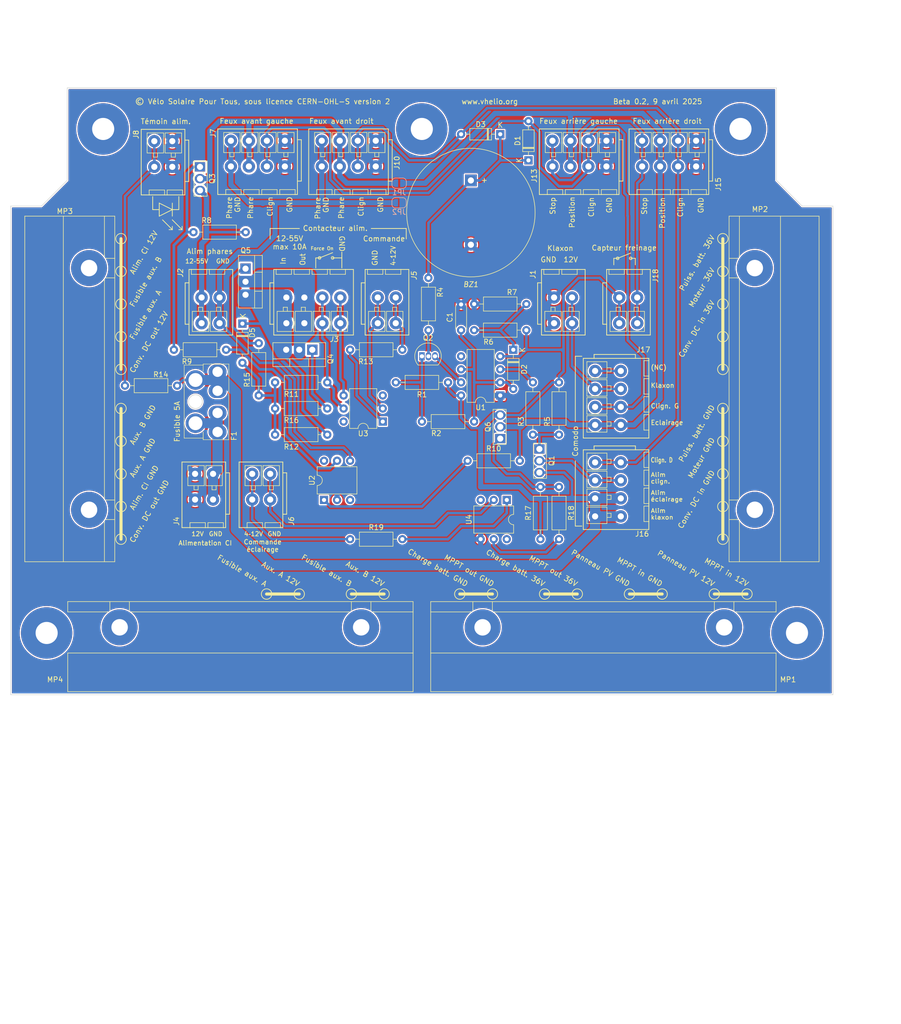
<source format=kicad_pcb>
(kicad_pcb (version 20211014) (generator pcbnew)

  (general
    (thickness 1.6)
  )

  (paper "A4")
  (layers
    (0 "F.Cu" signal)
    (31 "B.Cu" signal)
    (32 "B.Adhes" user "B.Adhesive")
    (33 "F.Adhes" user "F.Adhesive")
    (34 "B.Paste" user)
    (35 "F.Paste" user)
    (36 "B.SilkS" user "B.Silkscreen")
    (37 "F.SilkS" user "F.Silkscreen")
    (38 "B.Mask" user)
    (39 "F.Mask" user)
    (40 "Dwgs.User" user "User.Drawings")
    (41 "Cmts.User" user "User.Comments")
    (42 "Eco1.User" user "User.Eco1")
    (43 "Eco2.User" user "User.Eco2")
    (44 "Edge.Cuts" user)
    (45 "Margin" user)
    (46 "B.CrtYd" user "B.Courtyard")
    (47 "F.CrtYd" user "F.Courtyard")
    (48 "B.Fab" user)
    (49 "F.Fab" user)
    (50 "User.1" user)
    (51 "User.2" user)
    (52 "User.3" user)
    (53 "User.4" user)
    (54 "User.5" user)
    (55 "User.6" user)
    (56 "User.7" user)
    (57 "User.8" user)
    (58 "User.9" user)
  )

  (setup
    (stackup
      (layer "F.SilkS" (type "Top Silk Screen"))
      (layer "F.Paste" (type "Top Solder Paste"))
      (layer "F.Mask" (type "Top Solder Mask") (thickness 0.01))
      (layer "F.Cu" (type "copper") (thickness 0.035))
      (layer "dielectric 1" (type "core") (thickness 1.51) (material "FR4") (epsilon_r 4.5) (loss_tangent 0.02))
      (layer "B.Cu" (type "copper") (thickness 0.035))
      (layer "B.Mask" (type "Bottom Solder Mask") (thickness 0.01))
      (layer "B.Paste" (type "Bottom Solder Paste"))
      (layer "B.SilkS" (type "Bottom Silk Screen"))
      (copper_finish "None")
      (dielectric_constraints no)
    )
    (pad_to_mask_clearance 0)
    (pcbplotparams
      (layerselection 0x00010e0_ffffffff)
      (disableapertmacros false)
      (usegerberextensions false)
      (usegerberattributes true)
      (usegerberadvancedattributes true)
      (creategerberjobfile true)
      (svguseinch false)
      (svgprecision 6)
      (excludeedgelayer true)
      (plotframeref false)
      (viasonmask false)
      (mode 1)
      (useauxorigin false)
      (hpglpennumber 1)
      (hpglpenspeed 20)
      (hpglpendiameter 15.000000)
      (dxfpolygonmode true)
      (dxfimperialunits true)
      (dxfusepcbnewfont true)
      (psnegative false)
      (psa4output false)
      (plotreference true)
      (plotvalue true)
      (plotinvisibletext false)
      (sketchpadsonfab false)
      (subtractmaskfromsilk false)
      (outputformat 1)
      (mirror false)
      (drillshape 0)
      (scaleselection 1)
      (outputdirectory "")
    )
  )

  (net 0 "")
  (net 1 "GND")
  (net 2 "Net-(F1-Pad2)")
  (net 3 "Net-(D1-Pad2)")
  (net 4 "Net-(D3-Pad2)")
  (net 5 "/Phares")
  (net 6 "Net-(J13-Pad4)")
  (net 7 "Net-(J1-Pad2)")
  (net 8 "/Flasher/Out")
  (net 9 "unconnected-(J17-Pad1)")
  (net 10 "/12V_5A")
  (net 11 "/Flasher/Enable")
  (net 12 "/Contacteur Phares/Input")
  (net 13 "/Contacteur Phares/GND")
  (net 14 "/Contacteur Phares/Output")
  (net 15 "Net-(D4-Pad2)")
  (net 16 "/Conv12V_In.Vbatt")
  (net 17 "/Contacteur alim./Input")
  (net 18 "/Contacteur alim./SW_On")
  (net 19 "/Contacteur alim./GND")
  (net 20 "/Contacteur alim./Cmd_GND")
  (net 21 "/Contacteur alim./Cmd_On")
  (net 22 "/Contacteur Eclairage/Cmd_On")
  (net 23 "/Contacteur Eclairage/Cmd_GND")
  (net 24 "Net-(Q4-Pad1)")
  (net 25 "Net-(Q5-Pad1)")
  (net 26 "Net-(C1-Pad1)")
  (net 27 "Net-(D2-Pad1)")
  (net 28 "Net-(D5-Pad2)")
  (net 29 "Net-(Q1-Pad1)")
  (net 30 "Net-(Q2-Pad1)")
  (net 31 "Net-(Q2-Pad2)")
  (net 32 "Net-(Q2-Pad3)")
  (net 33 "Net-(Q3-Pad1)")
  (net 34 "Net-(Q6-Pad1)")
  (net 35 "Net-(R3-Pad1)")
  (net 36 "Net-(R9-Pad2)")
  (net 37 "Net-(R10-Pad1)")
  (net 38 "Net-(R13-Pad1)")
  (net 39 "Net-(R18-Pad2)")
  (net 40 "Net-(R19-Pad1)")
  (net 41 "unconnected-(U1-Pad5)")
  (net 42 "unconnected-(U2-Pad3)")
  (net 43 "unconnected-(U2-Pad6)")
  (net 44 "unconnected-(U3-Pad3)")
  (net 45 "unconnected-(U3-Pad6)")
  (net 46 "unconnected-(U4-Pad3)")
  (net 47 "unconnected-(U4-Pad6)")

  (footprint "circuit:Wago_221-500_SplicingConnectorHolder" (layer "F.Cu") (at 95.25 82.55 90))

  (footprint "circuit:MountingHole_5mm" (layer "F.Cu") (at 87 130))

  (footprint "Resistor_THT:R_Axial_DIN0207_L6.3mm_D2.5mm_P10.16mm_Horizontal" (layer "F.Cu") (at 146.05 74.93))

  (footprint "circuit:Buzzer_25x16_12.5" (layer "F.Cu") (at 169.545 42.01 -90))

  (footprint "Resistor_THT:R_Axial_DIN0207_L6.3mm_D2.5mm_P10.16mm_Horizontal" (layer "F.Cu") (at 186.69 101.6 -90))

  (footprint "Resistor_THT:R_Axial_DIN0207_L6.3mm_D2.5mm_P10.16mm_Horizontal" (layer "F.Cu") (at 180.34 71.12 180))

  (footprint "circuit:TO-220-3_Vertical" (layer "F.Cu") (at 138.69 74.93 180))

  (footprint "circuit:Generic_FuseHolder_MINI" (layer "F.Cu") (at 120.26 79.215 -90))

  (footprint "Resistor_THT:R_Axial_DIN0207_L6.3mm_D2.5mm_P10.16mm_Horizontal" (layer "F.Cu") (at 165.1 81.28 180))

  (footprint "Package_DIP:DIP-8_W7.62mm" (layer "F.Cu") (at 175.26 83.82 180))

  (footprint "circuit:TerminalBlock_Wago_2601-3102_1x02_P3.50mm_Vertical" (layer "F.Cu") (at 119.38 104.06 180))

  (footprint "Resistor_THT:R_Axial_DIN0207_L6.3mm_D2.5mm_P10.16mm_Horizontal" (layer "F.Cu") (at 160.02 88.9))

  (footprint "Resistor_THT:R_Axial_DIN0207_L6.3mm_D2.5mm_P10.16mm_Horizontal" (layer "F.Cu") (at 168.91 96.52))

  (footprint "circuit:MountingHole_5mm" (layer "F.Cu") (at 98 32))

  (footprint "circuit:TerminalBlock_Wago_2601-3104_1x04_P3.50mm_Vertical" (layer "F.Cu") (at 195.920004 39.29 180))

  (footprint "circuit:TO-251-3_Vertical" (layer "F.Cu") (at 182.88 94.23 -90))

  (footprint "Resistor_THT:R_Axial_DIN0207_L6.3mm_D2.5mm_P10.16mm_Horizontal" (layer "F.Cu") (at 111.76 74.93))

  (footprint "Diode_THT:D_DO-35_SOD27_P7.62mm_Horizontal" (layer "F.Cu") (at 125.095 69.85 -90))

  (footprint "circuit:TerminalBlock_Wago_2601-3104_1x04_P3.50mm_Vertical" (layer "F.Cu") (at 213.370004 39.29 180))

  (footprint "circuit:TO-92L_Inline" (layer "F.Cu") (at 160.02 76.2))

  (footprint "circuit:MountingHole_5mm" (layer "F.Cu") (at 222 32))

  (footprint "Resistor_THT:R_Axial_DIN0207_L6.3mm_D2.5mm_P10.16mm_Horizontal" (layer "F.Cu") (at 131.445 86.36))

  (footprint "circuit:TerminalBlock_Wago_2601-3104_1x04_P3.50mm_Vertical" (layer "F.Cu") (at 133.35 39.29 180))

  (footprint "Diode_THT:D_DO-35_SOD27_P7.62mm_Horizontal" (layer "F.Cu") (at 175.26 33.02 180))

  (footprint "Resistor_THT:R_Axial_DIN0207_L6.3mm_D2.5mm_P10.16mm_Horizontal" (layer "F.Cu") (at 102.235 81.915))

  (footprint "Diode_THT:D_DO-35_SOD27_P7.62mm_Horizontal" (layer "F.Cu") (at 177.8 74.93 -90))

  (footprint "Resistor_THT:R_Axial_DIN0207_L6.3mm_D2.5mm_P10.16mm_Horizontal" (layer "F.Cu") (at 181.61 81.28 -90))

  (footprint "Capacitor_THT:C_Disc_D4.3mm_W1.9mm_P5.00mm" (layer "F.Cu") (at 167.64 71.12 90))

  (footprint "Resistor_THT:R_Axial_DIN0207_L6.3mm_D2.5mm_P10.16mm_Horizontal" (layer "F.Cu") (at 161.29 71.12 90))

  (footprint "circuit:TerminalBlock_Wago_2601-3102_1x02_P3.50mm_Vertical" (layer "F.Cu") (at 151.424996 64.77))

  (footprint "Diode_THT:D_DO-35_SOD27_P7.62mm_Horizontal" (layer "F.Cu") (at 180.75 38.1 90))

  (footprint "circuit:TerminalBlock_Wago_2601-3104_1x04_P3.50mm_Vertical" (layer "F.Cu") (at 198.7161 96.829996 -90))

  (footprint "circuit:TO-251-3_Vertical" (layer "F.Cu") (at 116.84 39.37 -90))

  (footprint "circuit:TerminalBlock_Wago_2601-3104_1x04_P3.50mm_Vertical" (layer "F.Cu") (at 133.644996 64.77))

  (footprint "circuit:Wago_221-500_SplicingConnectorHolder" (layer "F.Cu") (at 224.79 82.55 -90))

  (footprint "Package_DIP:DIP-6_W7.62mm" (layer "F.Cu") (at 152.4 88.9 180))

  (footprint "circuit:MountingHole_5mm" (layer "F.Cu") (at 160 32))

  (footprint "circuit:TerminalBlock_Wago_2601-3102_1x02_P3.50mm_Vertical" (layer "F.Cu")
    (tedit 67E5B582) (tstamp ad280681-52bf-4c8b-ac2c-9709ca177a8f)
    (at 111.450003 39.37 180)
    (tags "Wago 2601-3102")
    (property "Sheetfile" "circuit.kicad_sch")
    (property "Sheetname" "")
    (path "/6e9cd9b5-2cb7-48b8-855f-32619e72c0d6")
    (attr through_hole)
    (fp_text reference "J8" (at 7.056003 5.334 90 unlocked) (layer "F.SilkS")
      (effects (font (size 1 1) (thickness 0.15)) (justify left))
      (tstamp 01e6719e-9dcc-49b4-83bd-29865c70ede1)
    )
    (fp_text value "Conn_Indicateur_Alim" (at 6.35 12.7 180 unlocked) (layer "F.Fab")
      (effects (font (size 1 1) (thickness 0.15)))
      (tstamp 226ba779-52a5-430e-8724-687eedb9994a)
    )
    (fp_text user "${REFERENCE}" (at -2.54 8.89 180 unlocked) (layer "F.Fab")
      (effects (font (size 1 1) (thickness 0.15)) (justify left))
      (tstamp 66b292fe-b076-4a06-a7c0-1ada692a3a1c)
    )
    (fp_line (start 0.200004 2.7) (end 0.200004 1.9) (layer "F.SilkS") (width 0.12) (tstamp 055344df-a143-4136-b771-d336538fb7af))
    (fp_line (start 6.050002 -5.449999) (end 6.050002 7.300001) (layer "F.SilkS") (width 0.1524) (tstamp 0bf7f6d2-f9ad-418f-a859-2bdac7c5ae6a))
    (fp_line (start 1.000004 -4.5) (end -1.999996 -4.5) (layer "F.SilkS") (width 0.12) (tstamp 172a5f2e-4b05-4695-a29c-fa4177c4b3cb))
    (fp_line (start -1.799996 2.7) (end 1.400004 2.7) (layer "F.SilkS") (width 0.12) (tstamp 2bda51c6-7fa4-46ce-ae16-9432d8e95181))
    (fp_line (start -2.449999 -5.449999) (end 6.050002 -5.449999) (layer "F.SilkS") (width 0.1524) (tstamp 2fe5d3e2-bddb-4587-bded-427cfce568b9))
    (fp_line (start -2.449998 -2.849999) (end -3.199999 -2.849999) (layer "F.SilkS") (width 0.1524) (tstamp 37130413-1809-47b9-8303-cea1ae047af6))
    (fp_line (start 1.400004 6.6) (end -1.799996 6.6) (layer "F.SilkS") (width 0.12) (tstamp 3e95dbad-cf0c-49ac-9feb-4e066d548718))
    (fp_line (start 1.500004 -4.5) (end 1.500004 -5.5) (layer "F.SilkS") (width 0.12) (tstamp 447f988c-93f8-4098-90d3-450e5b33e37e))
    (fp_line (start -2.449998 5.2) (end -3.199999 5.2) (layer "F.SilkS") (width 0.1524) (tstamp 480dd182-3993-417f-8df5-e200a1f80d68))
    (fp_line (start 1.700004 2.7) (end 4.900004 2.7) (layer "F.SilkS") (width 0.12) (tstamp 51a339e0-742b-4f55-ac2a-68cbce2af206))
    (fp_line (start 4.500004 -4.5) (end 1.500004 -4.5) (layer "F.SilkS") (width 0.12) (tstamp 5cc9ce62-9d95-47ab-92a1-556a194f8c63))
    (fp_line (start 4.900004 6.6) (end 1.700004 6.6) (layer "F.SilkS") (width 0.12) (tstamp 6b8e3659-a647-4450-8987-9cf793c52fd5))
    (fp_line (start -2.449999 7.300001) (end -2.449999 -5.449999) (layer "F.SilkS") (width 0.1524) (tstamp 6f53efb7-db48-45d9-80c1-507b9960ad08))
    (fp_line (start 3.700004 1.9) (end 2.900004 1.9) (layer "F.SilkS") (width 0.12) (tstamp 84bb1473-531d-4720-ba3b-1fc557b46054))
    (fp_line (start 4.900004 2.7) (end 4.900004 6.6) (layer "F.SilkS") (width 0.12) (tstamp 874081a4-b3f7-4615-9506-53da689e2116))
    (fp_line (start -1.999996 -4.5) (end -1.999996 -5.5) (layer "F.SilkS") (width 0.12) (tstamp 890b243b-b04d-4f29-ab51-41f7ecadcda7))
    (fp_line (start 1.400004 2.7) (end 1.400004 6.6) (layer "F.SilkS") (width 0.12) (tstamp 9a0efaaf-2136-4026-b3c2-edfb6e83a75f))
    (fp_line (start 1.000004 -5.5) (end 1.000004 -4.5) (layer "F.SilkS") (width 0.12) (tstamp aa41a8c3-0e56-44b4-a82b-0213f5a70b0a))
    (fp_line (start 3.700004 2.7) (end 3.700004 1.9) (layer "F.SilkS") (width 0.12) (tstamp c0508555-6424-4fad-9226-ea42a1633de9))
    (fp_line (start 2.900004 1.9) (end 2.900004 2.7) (layer "F.SilkS") (width 0.12) (tstamp c37f20c4-30c5-4386-b6e8-dfff5caa39b4))
    (fp_line (start 4.500004 -5.5) (end 4.500004 -4.5) (layer "F.SilkS") (width 0.12) (tstamp c3a8f970-2a4a-4a9c-b215-e4de5eebaf7d))
    (fp_line (start -1.799996 6.6) (end -1.799996 2.7) (layer "F.SilkS") (width 0.12) (tstamp cf2c6647-6755-4742-aaa1-c5903da09b5e))
    (fp_line (start -2.449999 7.300001) (end 6.050002 7.300001) (layer "F.SilkS") (width 0.1524) (tstamp d52c2de8-ba2b-4089-b214-05a4b7a1c4e9))
    (fp_line (start -3.199999 5.2) (end -3.199999 -2.849999) (layer "F.SilkS") (width 0.1524) (tstamp e7635299-8a9a-43d3-8b3b-95319ccda23b))
    (fp_line (start 0.200004 1.9) (end -0.599996 1.9) (layer "F.SilkS") (width 0.12) (tstamp eaa75a45-f2f9-4305-98ea-dd8a5d8f3404))
    (fp_line (start -0.599996 1.9) (end -0.599996 2.7) (layer "F.SilkS") (width 0.12) (tstamp f1ea6538-b56f-40f6-b846-910db16dc20a))
    (fp_line (start 1.700004 6.6) (end 1.700004 2.7) (layer "F.SilkS") (width 0.12) (tstamp fbb1d5ec-8996-4f56-8e52-da703f4d2e64))
    (fp_line (start -3.453998 7.554001) (end 6.304002 7.554001) (layer "F.CrtYd") (width 0.1524) (tstamp 036dd9cc-d33e-4cbc-95b3-3504fede4aec))
    (fp_line (start 6.304002 7.554001) (end 6.304002 -5.703999) (layer "F.CrtYd") (width 0.1524) (tstamp 2be1ad9c-f5ad-4393-8d1b-255265215f24))
    (fp_line (start 6.304002 -5.703999) (end -3.453998 -5.703999) (layer "F.CrtYd") (width 0.1524) (tstamp 46255798-4fe0-48db-95bb-e8657595928f))
    (fp_line (start -3.453998 -5.703999) (end -3.453998 7.554001) (layer "F.CrtYd") (width 0.1524) (tstamp fad1fd43-7d33-4667-863c-8ca08b2707f7))
    (fp_line (start 1.000004 -13.5) (end -1.999996 -13.5) (layer "F.Fab") (width 0.1) (tstamp 084b8c5d-9271-4ac8-85c9-4061ca2c5241))
    (fp_line (start -1.999996 -13.5) (end -1.999996 -5.5) (layer "F.Fab") (width 0.1) (tstamp 1e9e3dc3-60cb-4dbd-9950-5015d3a5554c))
    (fp_line (start -2.449999 -5.449999) (end 6.05 -5.45) (layer "F.Fab") (width 0.0254) (tstamp 20e0f39f-a516-4513-b954-687df20c7938))
    (fp_line (start 1.500004 -5.5) (end 4.500004 -5.5) (layer "F.Fab") (width 0.1) (tstamp 281e3047-1dee-4c1f-abcc-3ec78c07b9d2))
    (fp_line (start -2.449998 -2.849999) (end -3.199999 -2.849999) (layer "F.Fab") (width 0.0254) (tstamp 2838e18b-615f-4dc1-a560-afebf8a14ac0))
    (fp_line (start 1.500004 -13.5) (end 1.500004 -5.5) (layer "F.Fab") (width 0.1) (tstamp 375a73bc-0e9f-4b07-be05-baa0ea4834df))
    (fp_line (start -2.449999 7.300001) (end 6.05 7.3) (layer "F.Fab") (width 0.0254) (tstamp 47e7736f-c1e0-4e8f-9d69-5a42b72ff067))
    (fp_line (start 4.500004 -13.5) (end 1.500004 -13.5) (layer "F.Fab") (width 0.1) (tstamp 862dc70f-7dc2-4117-aa37-5ef6063c3df4))
    (fp_line (start -1.999996 -5.5) (end 1.000004 -5.5) (layer "F.Fab") (width 0.1) (tstamp a264b89d-0a12-4e75-9c30-5e3d238c19e2))
    (fp_line (start 4.500004 -5.5) (end 4.500004 -13.5) (layer "F.Fab") (width 0.1) (tstamp a57a00d3-d2f9-406e-8339-5cc2aa251b6a))
    (fp_line (start -3.199999 5.2) (end -3.199999 -2.849999) (layer "F.Fab") (width 0.0254) (tstamp c25e5526-d36c-4326-a80b-e065b988306c))
    (fp_line (start 6.05 -5.45) (end 6.05 7.3) (layer "F.Fab") (width 0.0254) (tstamp d70b3483-f6ee-4d0e-af72-efbabafa5502))
    (fp_line (start 1.000004 -5.5) (end 1.000004 -13.5) (layer "F.Fab") (width 0.1) (tstamp db13f834-9398-4491-8f81-d656a6ff9ec3))
    (fp_line (start -2.449998 5.2) (end -3.199999 5.2) (layer "F.Fab") (width 0.0254) (tstamp dca10a6c-b513-45f6-bfa6-c3d42471561a))
    (fp_line (start -2.449999 7.300001) (end -2.449999 -5.449999) (layer "F.Fab") (width 0.0254) (tstamp eb190e03-2594-4691-9d6e-1bfdf1facede))
    (pad "1" thru_hole circle (at 0 5 180) (size 2.4 2.4) (drill 1.2) (layers *.Cu *.Mask)
      (net 1 "GND") (pinfunction "-") (pintype "power_in") (tstamp 10bcd881-4b05-4ea6-bdb8-d4bc42a44033))
    (pad "1" thru_hole circle (at 0 0 180) (size 2.4 2.4) (drill 1.2) (layers *.Cu *.Mask)
      (net 1 "GND") (pinfunction "-") (pintype "power_in") (tstamp 52477310-b288-4772-903b-6aa290fc40f8))
    (pad "2" thru_hole circle (at 3.500003 0 180) (size 2.4 2.4) (drill 1.2) (layers *.Cu *.Mask)
      (net 15 "Net-(D4-Pad2)") (pinfunction "+") (pintype "passive") (tstamp 51b7dceb-af3a-4949-9f3e-1faf1dfec020))
    (pad "2" thru_hole circle (at 3.500003 5 180) (size 2.4 2.4) (drill 1.2) (layers *.Cu *.Mask)
      (net 15 "Net-(D4-Pad2)") (pinfunction "+") (pintype "passive") (tstamp 66700e06-ed6c-471d-ab9
... [1682244 chars truncated]
</source>
